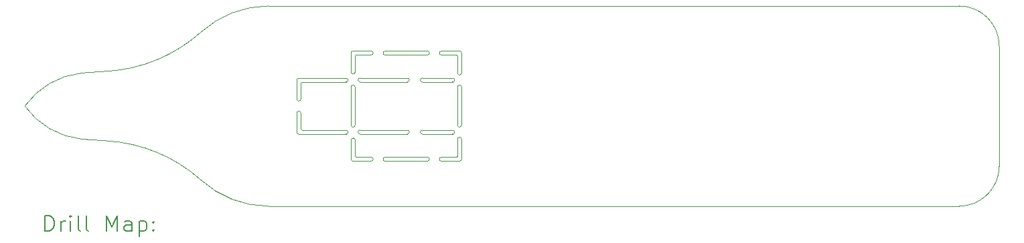
<source format=gbr>
%TF.GenerationSoftware,KiCad,Pcbnew,8.0.0*%
%TF.CreationDate,2024-02-24T11:24:56-08:00*%
%TF.ProjectId,JumperlessProbe,4a756d70-6572-46c6-9573-7350726f6265,rev?*%
%TF.SameCoordinates,Original*%
%TF.FileFunction,Drillmap*%
%TF.FilePolarity,Positive*%
%FSLAX45Y45*%
G04 Gerber Fmt 4.5, Leading zero omitted, Abs format (unit mm)*
G04 Created by KiCad (PCBNEW 8.0.0) date 2024-02-24 11:24:56*
%MOMM*%
%LPD*%
G01*
G04 APERTURE LIST*
%ADD10C,0.100000*%
%ADD11C,0.120000*%
%ADD12C,0.200000*%
G04 APERTURE END LIST*
D10*
X4728686Y-4144913D02*
G75*
G02*
X3546245Y-4637980I-1299686J1452463D01*
G01*
X14315445Y-6350049D02*
X5588000Y-6350049D01*
X3546245Y-5522119D02*
G75*
G02*
X4728686Y-6015185I-117245J-1945531D01*
G01*
X3225778Y-5499469D02*
G75*
G02*
X2504445Y-5080099I100806J1003436D01*
G01*
X14823445Y-5842000D02*
G75*
G02*
X14315445Y-6350005I-508005J0D01*
G01*
X14315445Y-3810049D02*
G75*
G02*
X14823391Y-4318000I-5J-507951D01*
G01*
X4728686Y-4144913D02*
G75*
G02*
X5588000Y-3810050I859314J-935137D01*
G01*
X2504445Y-5080099D02*
G75*
G02*
X3225778Y-4660729I822143J-584072D01*
G01*
X3225778Y-4660729D02*
G75*
G02*
X3546245Y-4637980I574242J-5820821D01*
G01*
X5588000Y-6350049D02*
G75*
G02*
X4728686Y-6015185I0J1269999D01*
G01*
X5588000Y-3810049D02*
X14315445Y-3810049D01*
X3546245Y-5522119D02*
G75*
G02*
X3225778Y-5499370I253755J5843309D01*
G01*
X14823445Y-4318000D02*
X14823445Y-5842000D01*
D11*
X5943600Y-4749849D02*
X5943600Y-4991149D01*
X5943600Y-5410249D02*
X5943600Y-5168949D01*
X5994400Y-4787949D02*
X5994400Y-4991149D01*
X5994400Y-5372149D02*
X5994400Y-5168949D01*
X6565900Y-4724449D02*
X5969000Y-4724449D01*
X6565900Y-4775249D02*
X6007100Y-4775249D01*
X6565900Y-5384849D02*
X6007100Y-5384849D01*
X6565900Y-5435649D02*
X5969000Y-5435649D01*
X6629400Y-4406949D02*
X6629400Y-4648249D01*
X6629400Y-4838749D02*
X6629400Y-5321349D01*
X6629400Y-5753149D02*
X6629400Y-5511849D01*
X6680200Y-4445049D02*
X6680200Y-4648249D01*
X6680200Y-4838749D02*
X6680200Y-5321349D01*
X6680200Y-5715049D02*
X6680200Y-5511849D01*
X6743700Y-4724449D02*
X7340600Y-4724449D01*
X6743700Y-4775249D02*
X7340600Y-4775249D01*
X6743700Y-5384849D02*
X7340600Y-5384849D01*
X6743700Y-5435649D02*
X7340600Y-5435649D01*
X6883400Y-4381549D02*
X6654800Y-4381549D01*
X6883400Y-4432349D02*
X6692900Y-4432349D01*
X6883400Y-5727749D02*
X6692900Y-5727749D01*
X6883400Y-5778549D02*
X6654800Y-5778549D01*
X7061200Y-4381549D02*
X7594600Y-4381549D01*
X7061200Y-4432349D02*
X7594600Y-4432349D01*
X7061200Y-5727749D02*
X7594600Y-5727749D01*
X7061200Y-5778549D02*
X7594600Y-5778549D01*
X7531100Y-4724449D02*
X7912100Y-4724449D01*
X7531100Y-4775249D02*
X7912100Y-4775249D01*
X7531100Y-5384849D02*
X7912100Y-5384849D01*
X7531100Y-5435649D02*
X7912100Y-5435649D01*
X7772400Y-4381549D02*
X8001000Y-4381549D01*
X7772400Y-4432349D02*
X7962900Y-4432349D01*
X7772400Y-5727749D02*
X7962900Y-5727749D01*
X7772400Y-5778549D02*
X8001000Y-5778549D01*
X7975600Y-4445049D02*
X7975600Y-4660949D01*
X7975600Y-4838749D02*
X7975600Y-5321349D01*
X7975600Y-5715049D02*
X7975600Y-5499149D01*
X8026400Y-4406949D02*
X8026400Y-4660949D01*
X8026400Y-4838749D02*
X8026400Y-5321349D01*
X8026400Y-5753149D02*
X8026400Y-5499149D01*
X5943600Y-4749849D02*
G75*
G02*
X5969000Y-4724449I25400J0D01*
G01*
X5943600Y-5168949D02*
G75*
G02*
X5994400Y-5168949I25400J0D01*
G01*
X5969000Y-5435649D02*
G75*
G02*
X5943600Y-5410249I0J25400D01*
G01*
X5994400Y-4787949D02*
G75*
G02*
X6007100Y-4775249I12700J0D01*
G01*
X5994400Y-4991149D02*
G75*
G02*
X5943600Y-4991149I-25400J0D01*
G01*
X6007100Y-5384849D02*
G75*
G02*
X5994400Y-5372149I0J12700D01*
G01*
X6565900Y-4724449D02*
G75*
G02*
X6565900Y-4775249I0J-25400D01*
G01*
X6565900Y-5384849D02*
G75*
G02*
X6565900Y-5435649I0J-25400D01*
G01*
X6629400Y-4406949D02*
G75*
G02*
X6654800Y-4381549I25400J0D01*
G01*
X6629400Y-4838749D02*
G75*
G02*
X6680200Y-4838749I25400J0D01*
G01*
X6629400Y-5511849D02*
G75*
G02*
X6680200Y-5511849I25400J0D01*
G01*
X6654800Y-5778549D02*
G75*
G02*
X6629400Y-5753149I0J25400D01*
G01*
X6680200Y-4445049D02*
G75*
G02*
X6692900Y-4432349I12700J0D01*
G01*
X6680200Y-4648249D02*
G75*
G02*
X6629400Y-4648249I-25400J0D01*
G01*
X6680200Y-5321349D02*
G75*
G02*
X6629400Y-5321349I-25400J0D01*
G01*
X6692900Y-5727749D02*
G75*
G02*
X6680200Y-5715049I0J12700D01*
G01*
X6743700Y-4775249D02*
G75*
G02*
X6743700Y-4724449I0J25400D01*
G01*
X6743700Y-5435649D02*
G75*
G02*
X6743700Y-5384849I0J25400D01*
G01*
X6883400Y-4381549D02*
G75*
G02*
X6883400Y-4432349I0J-25400D01*
G01*
X6883400Y-5727749D02*
G75*
G02*
X6883400Y-5778549I0J-25400D01*
G01*
X7061200Y-4432349D02*
G75*
G02*
X7061200Y-4381549I0J25400D01*
G01*
X7061200Y-5778549D02*
G75*
G02*
X7061200Y-5727749I0J25400D01*
G01*
X7340600Y-4724449D02*
G75*
G02*
X7340600Y-4775249I0J-25400D01*
G01*
X7340600Y-5384849D02*
G75*
G02*
X7340600Y-5435649I0J-25400D01*
G01*
X7531100Y-4775249D02*
G75*
G02*
X7531100Y-4724449I0J25400D01*
G01*
X7531100Y-5435649D02*
G75*
G02*
X7531100Y-5384849I0J25400D01*
G01*
X7594600Y-4381549D02*
G75*
G02*
X7594600Y-4432349I0J-25400D01*
G01*
X7594600Y-5727749D02*
G75*
G02*
X7594600Y-5778549I0J-25400D01*
G01*
X7772400Y-4432349D02*
G75*
G02*
X7772400Y-4381549I0J25400D01*
G01*
X7772400Y-5778549D02*
G75*
G02*
X7772400Y-5727749I0J25400D01*
G01*
X7912100Y-4724449D02*
G75*
G02*
X7912100Y-4775249I0J-25400D01*
G01*
X7912100Y-5384849D02*
G75*
G02*
X7912100Y-5435649I0J-25400D01*
G01*
X7962900Y-4432349D02*
G75*
G02*
X7975600Y-4445049I0J-12700D01*
G01*
X7975600Y-4838749D02*
G75*
G02*
X8026400Y-4838749I25400J0D01*
G01*
X7975600Y-5499149D02*
G75*
G02*
X8026400Y-5499149I25400J0D01*
G01*
X7975600Y-5715049D02*
G75*
G02*
X7962900Y-5727749I-12700J0D01*
G01*
X8001000Y-4381549D02*
G75*
G02*
X8026400Y-4406949I0J-25400D01*
G01*
X8026400Y-4660949D02*
G75*
G02*
X7975600Y-4660949I-25400J0D01*
G01*
X8026400Y-5321349D02*
G75*
G02*
X7975600Y-5321349I-25400J0D01*
G01*
X8026400Y-5753149D02*
G75*
G02*
X8001000Y-5778549I-25400J0D01*
G01*
D12*
X2760222Y-6666533D02*
X2760222Y-6466533D01*
X2760222Y-6466533D02*
X2807841Y-6466533D01*
X2807841Y-6466533D02*
X2836412Y-6476057D01*
X2836412Y-6476057D02*
X2855460Y-6495105D01*
X2855460Y-6495105D02*
X2864984Y-6514152D01*
X2864984Y-6514152D02*
X2874507Y-6552247D01*
X2874507Y-6552247D02*
X2874507Y-6580819D01*
X2874507Y-6580819D02*
X2864984Y-6618914D01*
X2864984Y-6618914D02*
X2855460Y-6637962D01*
X2855460Y-6637962D02*
X2836412Y-6657009D01*
X2836412Y-6657009D02*
X2807841Y-6666533D01*
X2807841Y-6666533D02*
X2760222Y-6666533D01*
X2960222Y-6666533D02*
X2960222Y-6533200D01*
X2960222Y-6571295D02*
X2969746Y-6552247D01*
X2969746Y-6552247D02*
X2979269Y-6542724D01*
X2979269Y-6542724D02*
X2998317Y-6533200D01*
X2998317Y-6533200D02*
X3017365Y-6533200D01*
X3084031Y-6666533D02*
X3084031Y-6533200D01*
X3084031Y-6466533D02*
X3074507Y-6476057D01*
X3074507Y-6476057D02*
X3084031Y-6485581D01*
X3084031Y-6485581D02*
X3093555Y-6476057D01*
X3093555Y-6476057D02*
X3084031Y-6466533D01*
X3084031Y-6466533D02*
X3084031Y-6485581D01*
X3207841Y-6666533D02*
X3188793Y-6657009D01*
X3188793Y-6657009D02*
X3179269Y-6637962D01*
X3179269Y-6637962D02*
X3179269Y-6466533D01*
X3312603Y-6666533D02*
X3293555Y-6657009D01*
X3293555Y-6657009D02*
X3284031Y-6637962D01*
X3284031Y-6637962D02*
X3284031Y-6466533D01*
X3541174Y-6666533D02*
X3541174Y-6466533D01*
X3541174Y-6466533D02*
X3607841Y-6609390D01*
X3607841Y-6609390D02*
X3674507Y-6466533D01*
X3674507Y-6466533D02*
X3674507Y-6666533D01*
X3855460Y-6666533D02*
X3855460Y-6561771D01*
X3855460Y-6561771D02*
X3845936Y-6542724D01*
X3845936Y-6542724D02*
X3826888Y-6533200D01*
X3826888Y-6533200D02*
X3788793Y-6533200D01*
X3788793Y-6533200D02*
X3769746Y-6542724D01*
X3855460Y-6657009D02*
X3836412Y-6666533D01*
X3836412Y-6666533D02*
X3788793Y-6666533D01*
X3788793Y-6666533D02*
X3769746Y-6657009D01*
X3769746Y-6657009D02*
X3760222Y-6637962D01*
X3760222Y-6637962D02*
X3760222Y-6618914D01*
X3760222Y-6618914D02*
X3769746Y-6599866D01*
X3769746Y-6599866D02*
X3788793Y-6590343D01*
X3788793Y-6590343D02*
X3836412Y-6590343D01*
X3836412Y-6590343D02*
X3855460Y-6580819D01*
X3950698Y-6533200D02*
X3950698Y-6733200D01*
X3950698Y-6542724D02*
X3969746Y-6533200D01*
X3969746Y-6533200D02*
X4007841Y-6533200D01*
X4007841Y-6533200D02*
X4026888Y-6542724D01*
X4026888Y-6542724D02*
X4036412Y-6552247D01*
X4036412Y-6552247D02*
X4045936Y-6571295D01*
X4045936Y-6571295D02*
X4045936Y-6628438D01*
X4045936Y-6628438D02*
X4036412Y-6647485D01*
X4036412Y-6647485D02*
X4026888Y-6657009D01*
X4026888Y-6657009D02*
X4007841Y-6666533D01*
X4007841Y-6666533D02*
X3969746Y-6666533D01*
X3969746Y-6666533D02*
X3950698Y-6657009D01*
X4131650Y-6647485D02*
X4141174Y-6657009D01*
X4141174Y-6657009D02*
X4131650Y-6666533D01*
X4131650Y-6666533D02*
X4122127Y-6657009D01*
X4122127Y-6657009D02*
X4131650Y-6647485D01*
X4131650Y-6647485D02*
X4131650Y-6666533D01*
X4131650Y-6542724D02*
X4141174Y-6552247D01*
X4141174Y-6552247D02*
X4131650Y-6561771D01*
X4131650Y-6561771D02*
X4122127Y-6552247D01*
X4122127Y-6552247D02*
X4131650Y-6542724D01*
X4131650Y-6542724D02*
X4131650Y-6561771D01*
M02*

</source>
